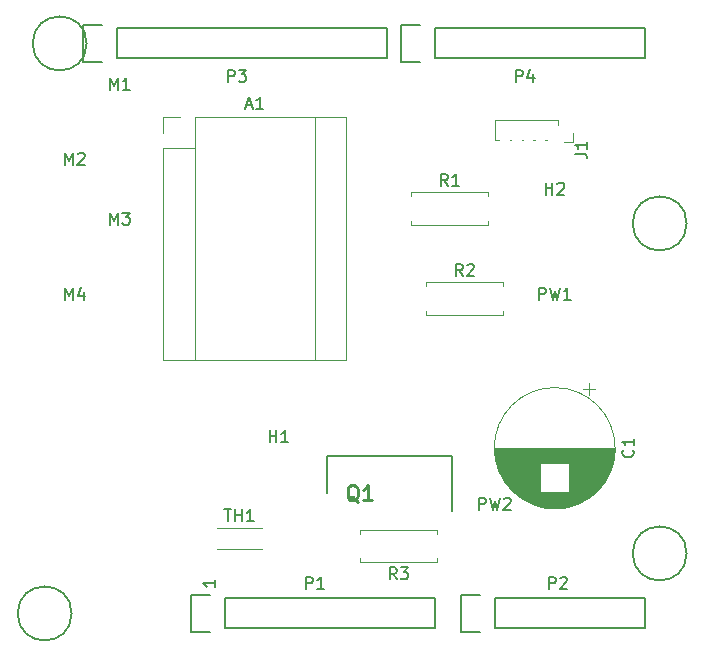
<source format=gbr>
G04 #@! TF.GenerationSoftware,KiCad,Pcbnew,(5.1.4)-1*
G04 #@! TF.CreationDate,2019-10-25T14:46:27-05:00*
G04 #@! TF.ProjectId,Autonomous_PCB,4175746f-6e6f-46d6-9f75-735f5043422e,rev?*
G04 #@! TF.SameCoordinates,Original*
G04 #@! TF.FileFunction,Legend,Top*
G04 #@! TF.FilePolarity,Positive*
%FSLAX46Y46*%
G04 Gerber Fmt 4.6, Leading zero omitted, Abs format (unit mm)*
G04 Created by KiCad (PCBNEW (5.1.4)-1) date 2019-10-25 14:46:27*
%MOMM*%
%LPD*%
G04 APERTURE LIST*
%ADD10C,0.150000*%
%ADD11C,0.120000*%
%ADD12C,0.200000*%
%ADD13C,0.254000*%
G04 APERTURE END LIST*
D10*
X139390380Y-120999285D02*
X139390380Y-121570714D01*
X139390380Y-121285000D02*
X138390380Y-121285000D01*
X138533238Y-121380238D01*
X138628476Y-121475476D01*
X138676095Y-121570714D01*
D11*
X169720000Y-83185000D02*
X169720000Y-83870000D01*
X169720000Y-83870000D02*
X168910000Y-83870000D01*
X163464102Y-83705000D02*
X163100000Y-83705000D01*
X164464102Y-83705000D02*
X164355898Y-83705000D01*
X165464102Y-83705000D02*
X165355898Y-83705000D01*
X166464102Y-83705000D02*
X166355898Y-83705000D01*
X167464102Y-83705000D02*
X167355898Y-83705000D01*
X163100000Y-82085000D02*
X163100000Y-83705000D01*
X168410000Y-82085000D02*
X163100000Y-82085000D01*
X168410000Y-82085000D02*
X168410000Y-82500000D01*
X155988000Y-88495000D02*
X155988000Y-88165000D01*
X155988000Y-88165000D02*
X162528000Y-88165000D01*
X162528000Y-88165000D02*
X162528000Y-88495000D01*
X155988000Y-90575000D02*
X155988000Y-90905000D01*
X155988000Y-90905000D02*
X162528000Y-90905000D01*
X162528000Y-90905000D02*
X162528000Y-90575000D01*
D10*
X140208000Y-125095000D02*
X157988000Y-125095000D01*
X157988000Y-125095000D02*
X157988000Y-122555000D01*
X157988000Y-122555000D02*
X140208000Y-122555000D01*
X137388000Y-125375000D02*
X138938000Y-125375000D01*
X140208000Y-125095000D02*
X140208000Y-122555000D01*
X138938000Y-122275000D02*
X137388000Y-122275000D01*
X137388000Y-122275000D02*
X137388000Y-125375000D01*
X163068000Y-125095000D02*
X175768000Y-125095000D01*
X175768000Y-125095000D02*
X175768000Y-122555000D01*
X175768000Y-122555000D02*
X163068000Y-122555000D01*
X160248000Y-125375000D02*
X161798000Y-125375000D01*
X163068000Y-125095000D02*
X163068000Y-122555000D01*
X161798000Y-122275000D02*
X160248000Y-122275000D01*
X160248000Y-122275000D02*
X160248000Y-125375000D01*
X131064000Y-76835000D02*
X153924000Y-76835000D01*
X153924000Y-76835000D02*
X153924000Y-74295000D01*
X153924000Y-74295000D02*
X131064000Y-74295000D01*
X128244000Y-77115000D02*
X129794000Y-77115000D01*
X131064000Y-76835000D02*
X131064000Y-74295000D01*
X129794000Y-74015000D02*
X128244000Y-74015000D01*
X128244000Y-74015000D02*
X128244000Y-77115000D01*
X157988000Y-76835000D02*
X175768000Y-76835000D01*
X175768000Y-76835000D02*
X175768000Y-74295000D01*
X175768000Y-74295000D02*
X157988000Y-74295000D01*
X155168000Y-77115000D02*
X156718000Y-77115000D01*
X157988000Y-76835000D02*
X157988000Y-74295000D01*
X156718000Y-74015000D02*
X155168000Y-74015000D01*
X155168000Y-74015000D02*
X155168000Y-77115000D01*
X127254000Y-123825000D02*
G75*
G03X127254000Y-123825000I-2286000J0D01*
G01*
X179324000Y-118745000D02*
G75*
G03X179324000Y-118745000I-2286000J0D01*
G01*
X128524000Y-75565000D02*
G75*
G03X128524000Y-75565000I-2286000J0D01*
G01*
X179324000Y-90805000D02*
G75*
G03X179324000Y-90805000I-2286000J0D01*
G01*
D11*
X147828000Y-81785000D02*
X147828000Y-102365000D01*
X137668000Y-84455000D02*
X137668000Y-102365000D01*
X136398000Y-81785000D02*
X134998000Y-81785000D01*
X134998000Y-81785000D02*
X134998000Y-83185000D01*
X137668000Y-81785000D02*
X137668000Y-84455000D01*
X137668000Y-84455000D02*
X134998000Y-84455000D01*
X134998000Y-84455000D02*
X134998000Y-102365000D01*
X134998000Y-102365000D02*
X150498000Y-102365000D01*
X150498000Y-102365000D02*
X150498000Y-81785000D01*
X150498000Y-81785000D02*
X137668000Y-81785000D01*
X173268000Y-109815000D02*
G75*
G03X173268000Y-109815000I-5120000J0D01*
G01*
X173228000Y-109815000D02*
X163068000Y-109815000D01*
X173228000Y-109855000D02*
X163068000Y-109855000D01*
X173228000Y-109895000D02*
X163068000Y-109895000D01*
X173227000Y-109935000D02*
X163069000Y-109935000D01*
X173226000Y-109975000D02*
X163070000Y-109975000D01*
X173225000Y-110015000D02*
X163071000Y-110015000D01*
X173223000Y-110055000D02*
X163073000Y-110055000D01*
X173221000Y-110095000D02*
X163075000Y-110095000D01*
X173218000Y-110135000D02*
X163078000Y-110135000D01*
X173216000Y-110175000D02*
X163080000Y-110175000D01*
X173213000Y-110215000D02*
X163083000Y-110215000D01*
X173210000Y-110255000D02*
X163086000Y-110255000D01*
X173206000Y-110295000D02*
X163090000Y-110295000D01*
X173202000Y-110335000D02*
X163094000Y-110335000D01*
X173198000Y-110375000D02*
X163098000Y-110375000D01*
X173193000Y-110415000D02*
X163103000Y-110415000D01*
X173188000Y-110455000D02*
X163108000Y-110455000D01*
X173183000Y-110495000D02*
X163113000Y-110495000D01*
X173178000Y-110536000D02*
X163118000Y-110536000D01*
X173172000Y-110576000D02*
X163124000Y-110576000D01*
X173166000Y-110616000D02*
X163130000Y-110616000D01*
X173159000Y-110656000D02*
X163137000Y-110656000D01*
X173152000Y-110696000D02*
X163144000Y-110696000D01*
X173145000Y-110736000D02*
X163151000Y-110736000D01*
X173138000Y-110776000D02*
X163158000Y-110776000D01*
X173130000Y-110816000D02*
X163166000Y-110816000D01*
X173122000Y-110856000D02*
X163174000Y-110856000D01*
X173113000Y-110896000D02*
X163183000Y-110896000D01*
X173104000Y-110936000D02*
X163192000Y-110936000D01*
X173095000Y-110976000D02*
X163201000Y-110976000D01*
X173086000Y-111016000D02*
X163210000Y-111016000D01*
X173076000Y-111056000D02*
X163220000Y-111056000D01*
X173066000Y-111096000D02*
X169389000Y-111096000D01*
X166907000Y-111096000D02*
X163230000Y-111096000D01*
X173055000Y-111136000D02*
X169389000Y-111136000D01*
X166907000Y-111136000D02*
X163241000Y-111136000D01*
X173045000Y-111176000D02*
X169389000Y-111176000D01*
X166907000Y-111176000D02*
X163251000Y-111176000D01*
X173033000Y-111216000D02*
X169389000Y-111216000D01*
X166907000Y-111216000D02*
X163263000Y-111216000D01*
X173022000Y-111256000D02*
X169389000Y-111256000D01*
X166907000Y-111256000D02*
X163274000Y-111256000D01*
X173010000Y-111296000D02*
X169389000Y-111296000D01*
X166907000Y-111296000D02*
X163286000Y-111296000D01*
X172998000Y-111336000D02*
X169389000Y-111336000D01*
X166907000Y-111336000D02*
X163298000Y-111336000D01*
X172985000Y-111376000D02*
X169389000Y-111376000D01*
X166907000Y-111376000D02*
X163311000Y-111376000D01*
X172972000Y-111416000D02*
X169389000Y-111416000D01*
X166907000Y-111416000D02*
X163324000Y-111416000D01*
X172959000Y-111456000D02*
X169389000Y-111456000D01*
X166907000Y-111456000D02*
X163337000Y-111456000D01*
X172945000Y-111496000D02*
X169389000Y-111496000D01*
X166907000Y-111496000D02*
X163351000Y-111496000D01*
X172931000Y-111536000D02*
X169389000Y-111536000D01*
X166907000Y-111536000D02*
X163365000Y-111536000D01*
X172916000Y-111576000D02*
X169389000Y-111576000D01*
X166907000Y-111576000D02*
X163380000Y-111576000D01*
X172902000Y-111616000D02*
X169389000Y-111616000D01*
X166907000Y-111616000D02*
X163394000Y-111616000D01*
X172886000Y-111656000D02*
X169389000Y-111656000D01*
X166907000Y-111656000D02*
X163410000Y-111656000D01*
X172871000Y-111696000D02*
X169389000Y-111696000D01*
X166907000Y-111696000D02*
X163425000Y-111696000D01*
X172855000Y-111736000D02*
X169389000Y-111736000D01*
X166907000Y-111736000D02*
X163441000Y-111736000D01*
X172838000Y-111776000D02*
X169389000Y-111776000D01*
X166907000Y-111776000D02*
X163458000Y-111776000D01*
X172822000Y-111816000D02*
X169389000Y-111816000D01*
X166907000Y-111816000D02*
X163474000Y-111816000D01*
X172805000Y-111856000D02*
X169389000Y-111856000D01*
X166907000Y-111856000D02*
X163491000Y-111856000D01*
X172787000Y-111896000D02*
X169389000Y-111896000D01*
X166907000Y-111896000D02*
X163509000Y-111896000D01*
X172769000Y-111936000D02*
X169389000Y-111936000D01*
X166907000Y-111936000D02*
X163527000Y-111936000D01*
X172751000Y-111976000D02*
X169389000Y-111976000D01*
X166907000Y-111976000D02*
X163545000Y-111976000D01*
X172732000Y-112016000D02*
X169389000Y-112016000D01*
X166907000Y-112016000D02*
X163564000Y-112016000D01*
X172712000Y-112056000D02*
X169389000Y-112056000D01*
X166907000Y-112056000D02*
X163584000Y-112056000D01*
X172693000Y-112096000D02*
X169389000Y-112096000D01*
X166907000Y-112096000D02*
X163603000Y-112096000D01*
X172673000Y-112136000D02*
X169389000Y-112136000D01*
X166907000Y-112136000D02*
X163623000Y-112136000D01*
X172652000Y-112176000D02*
X169389000Y-112176000D01*
X166907000Y-112176000D02*
X163644000Y-112176000D01*
X172631000Y-112216000D02*
X169389000Y-112216000D01*
X166907000Y-112216000D02*
X163665000Y-112216000D01*
X172610000Y-112256000D02*
X169389000Y-112256000D01*
X166907000Y-112256000D02*
X163686000Y-112256000D01*
X172588000Y-112296000D02*
X169389000Y-112296000D01*
X166907000Y-112296000D02*
X163708000Y-112296000D01*
X172565000Y-112336000D02*
X169389000Y-112336000D01*
X166907000Y-112336000D02*
X163731000Y-112336000D01*
X172543000Y-112376000D02*
X169389000Y-112376000D01*
X166907000Y-112376000D02*
X163753000Y-112376000D01*
X172519000Y-112416000D02*
X169389000Y-112416000D01*
X166907000Y-112416000D02*
X163777000Y-112416000D01*
X172495000Y-112456000D02*
X169389000Y-112456000D01*
X166907000Y-112456000D02*
X163801000Y-112456000D01*
X172471000Y-112496000D02*
X169389000Y-112496000D01*
X166907000Y-112496000D02*
X163825000Y-112496000D01*
X172446000Y-112536000D02*
X169389000Y-112536000D01*
X166907000Y-112536000D02*
X163850000Y-112536000D01*
X172421000Y-112576000D02*
X169389000Y-112576000D01*
X166907000Y-112576000D02*
X163875000Y-112576000D01*
X172395000Y-112616000D02*
X169389000Y-112616000D01*
X166907000Y-112616000D02*
X163901000Y-112616000D01*
X172369000Y-112656000D02*
X169389000Y-112656000D01*
X166907000Y-112656000D02*
X163927000Y-112656000D01*
X172342000Y-112696000D02*
X169389000Y-112696000D01*
X166907000Y-112696000D02*
X163954000Y-112696000D01*
X172314000Y-112736000D02*
X169389000Y-112736000D01*
X166907000Y-112736000D02*
X163982000Y-112736000D01*
X172286000Y-112776000D02*
X169389000Y-112776000D01*
X166907000Y-112776000D02*
X164010000Y-112776000D01*
X172258000Y-112816000D02*
X169389000Y-112816000D01*
X166907000Y-112816000D02*
X164038000Y-112816000D01*
X172228000Y-112856000D02*
X169389000Y-112856000D01*
X166907000Y-112856000D02*
X164068000Y-112856000D01*
X172198000Y-112896000D02*
X169389000Y-112896000D01*
X166907000Y-112896000D02*
X164098000Y-112896000D01*
X172168000Y-112936000D02*
X169389000Y-112936000D01*
X166907000Y-112936000D02*
X164128000Y-112936000D01*
X172137000Y-112976000D02*
X169389000Y-112976000D01*
X166907000Y-112976000D02*
X164159000Y-112976000D01*
X172105000Y-113016000D02*
X169389000Y-113016000D01*
X166907000Y-113016000D02*
X164191000Y-113016000D01*
X172073000Y-113056000D02*
X169389000Y-113056000D01*
X166907000Y-113056000D02*
X164223000Y-113056000D01*
X172040000Y-113096000D02*
X169389000Y-113096000D01*
X166907000Y-113096000D02*
X164256000Y-113096000D01*
X172006000Y-113136000D02*
X169389000Y-113136000D01*
X166907000Y-113136000D02*
X164290000Y-113136000D01*
X171972000Y-113176000D02*
X169389000Y-113176000D01*
X166907000Y-113176000D02*
X164324000Y-113176000D01*
X171937000Y-113216000D02*
X169389000Y-113216000D01*
X166907000Y-113216000D02*
X164359000Y-113216000D01*
X171901000Y-113256000D02*
X169389000Y-113256000D01*
X166907000Y-113256000D02*
X164395000Y-113256000D01*
X171864000Y-113296000D02*
X169389000Y-113296000D01*
X166907000Y-113296000D02*
X164432000Y-113296000D01*
X171827000Y-113336000D02*
X169389000Y-113336000D01*
X166907000Y-113336000D02*
X164469000Y-113336000D01*
X171788000Y-113376000D02*
X169389000Y-113376000D01*
X166907000Y-113376000D02*
X164508000Y-113376000D01*
X171749000Y-113416000D02*
X169389000Y-113416000D01*
X166907000Y-113416000D02*
X164547000Y-113416000D01*
X171709000Y-113456000D02*
X169389000Y-113456000D01*
X166907000Y-113456000D02*
X164587000Y-113456000D01*
X171668000Y-113496000D02*
X169389000Y-113496000D01*
X166907000Y-113496000D02*
X164628000Y-113496000D01*
X171626000Y-113536000D02*
X169389000Y-113536000D01*
X166907000Y-113536000D02*
X164670000Y-113536000D01*
X171584000Y-113576000D02*
X164712000Y-113576000D01*
X171540000Y-113616000D02*
X164756000Y-113616000D01*
X171495000Y-113656000D02*
X164801000Y-113656000D01*
X171449000Y-113696000D02*
X164847000Y-113696000D01*
X171402000Y-113736000D02*
X164894000Y-113736000D01*
X171354000Y-113776000D02*
X164942000Y-113776000D01*
X171304000Y-113816000D02*
X164992000Y-113816000D01*
X171254000Y-113856000D02*
X165042000Y-113856000D01*
X171202000Y-113896000D02*
X165094000Y-113896000D01*
X171148000Y-113936000D02*
X165148000Y-113936000D01*
X171093000Y-113976000D02*
X165203000Y-113976000D01*
X171037000Y-114016000D02*
X165259000Y-114016000D01*
X170978000Y-114056000D02*
X165318000Y-114056000D01*
X170918000Y-114096000D02*
X165378000Y-114096000D01*
X170857000Y-114136000D02*
X165439000Y-114136000D01*
X170793000Y-114176000D02*
X165503000Y-114176000D01*
X170727000Y-114216000D02*
X165569000Y-114216000D01*
X170658000Y-114256000D02*
X165638000Y-114256000D01*
X170587000Y-114296000D02*
X165709000Y-114296000D01*
X170513000Y-114336000D02*
X165783000Y-114336000D01*
X170437000Y-114376000D02*
X165859000Y-114376000D01*
X170357000Y-114416000D02*
X165939000Y-114416000D01*
X170273000Y-114456000D02*
X166023000Y-114456000D01*
X170185000Y-114496000D02*
X166111000Y-114496000D01*
X170092000Y-114536000D02*
X166204000Y-114536000D01*
X169994000Y-114576000D02*
X166302000Y-114576000D01*
X169890000Y-114616000D02*
X166406000Y-114616000D01*
X169778000Y-114656000D02*
X166518000Y-114656000D01*
X169658000Y-114696000D02*
X166638000Y-114696000D01*
X169526000Y-114736000D02*
X166770000Y-114736000D01*
X169378000Y-114776000D02*
X166918000Y-114776000D01*
X169210000Y-114816000D02*
X167086000Y-114816000D01*
X169010000Y-114856000D02*
X167286000Y-114856000D01*
X168747000Y-114896000D02*
X167549000Y-114896000D01*
X171023000Y-104335354D02*
X171023000Y-105335354D01*
X171523000Y-104835354D02*
X170523000Y-104835354D01*
D12*
X159448000Y-115160000D02*
X159448000Y-110470000D01*
X159448000Y-110470000D02*
X148908000Y-110470000D01*
X148908000Y-110470000D02*
X148908000Y-113665000D01*
D11*
X157258000Y-96115000D02*
X157258000Y-95785000D01*
X157258000Y-95785000D02*
X163798000Y-95785000D01*
X163798000Y-95785000D02*
X163798000Y-96115000D01*
X157258000Y-98195000D02*
X157258000Y-98525000D01*
X157258000Y-98525000D02*
X163798000Y-98525000D01*
X163798000Y-98525000D02*
X163798000Y-98195000D01*
X151670000Y-116740000D02*
X151670000Y-117070000D01*
X158210000Y-116740000D02*
X151670000Y-116740000D01*
X158210000Y-117070000D02*
X158210000Y-116740000D01*
X151670000Y-119480000D02*
X151670000Y-119150000D01*
X158210000Y-119480000D02*
X151670000Y-119480000D01*
X158210000Y-119150000D02*
X158210000Y-119480000D01*
X139558000Y-116555000D02*
X143398000Y-116555000D01*
X139558000Y-118395000D02*
X143398000Y-118395000D01*
D10*
X169862380Y-84893333D02*
X170576666Y-84893333D01*
X170719523Y-84940952D01*
X170814761Y-85036190D01*
X170862380Y-85179047D01*
X170862380Y-85274285D01*
X170862380Y-83893333D02*
X170862380Y-84464761D01*
X170862380Y-84179047D02*
X169862380Y-84179047D01*
X170005238Y-84274285D01*
X170100476Y-84369523D01*
X170148095Y-84464761D01*
X159091333Y-87617380D02*
X158758000Y-87141190D01*
X158519904Y-87617380D02*
X158519904Y-86617380D01*
X158900857Y-86617380D01*
X158996095Y-86665000D01*
X159043714Y-86712619D01*
X159091333Y-86807857D01*
X159091333Y-86950714D01*
X159043714Y-87045952D01*
X158996095Y-87093571D01*
X158900857Y-87141190D01*
X158519904Y-87141190D01*
X160043714Y-87617380D02*
X159472285Y-87617380D01*
X159758000Y-87617380D02*
X159758000Y-86617380D01*
X159662761Y-86760238D01*
X159567523Y-86855476D01*
X159472285Y-86903095D01*
X147089904Y-121737380D02*
X147089904Y-120737380D01*
X147470857Y-120737380D01*
X147566095Y-120785000D01*
X147613714Y-120832619D01*
X147661333Y-120927857D01*
X147661333Y-121070714D01*
X147613714Y-121165952D01*
X147566095Y-121213571D01*
X147470857Y-121261190D01*
X147089904Y-121261190D01*
X148613714Y-121737380D02*
X148042285Y-121737380D01*
X148328000Y-121737380D02*
X148328000Y-120737380D01*
X148232761Y-120880238D01*
X148137523Y-120975476D01*
X148042285Y-121023095D01*
X167663904Y-121737380D02*
X167663904Y-120737380D01*
X168044857Y-120737380D01*
X168140095Y-120785000D01*
X168187714Y-120832619D01*
X168235333Y-120927857D01*
X168235333Y-121070714D01*
X168187714Y-121165952D01*
X168140095Y-121213571D01*
X168044857Y-121261190D01*
X167663904Y-121261190D01*
X168616285Y-120832619D02*
X168663904Y-120785000D01*
X168759142Y-120737380D01*
X168997238Y-120737380D01*
X169092476Y-120785000D01*
X169140095Y-120832619D01*
X169187714Y-120927857D01*
X169187714Y-121023095D01*
X169140095Y-121165952D01*
X168568666Y-121737380D01*
X169187714Y-121737380D01*
X140485904Y-78811380D02*
X140485904Y-77811380D01*
X140866857Y-77811380D01*
X140962095Y-77859000D01*
X141009714Y-77906619D01*
X141057333Y-78001857D01*
X141057333Y-78144714D01*
X141009714Y-78239952D01*
X140962095Y-78287571D01*
X140866857Y-78335190D01*
X140485904Y-78335190D01*
X141390666Y-77811380D02*
X142009714Y-77811380D01*
X141676380Y-78192333D01*
X141819238Y-78192333D01*
X141914476Y-78239952D01*
X141962095Y-78287571D01*
X142009714Y-78382809D01*
X142009714Y-78620904D01*
X141962095Y-78716142D01*
X141914476Y-78763761D01*
X141819238Y-78811380D01*
X141533523Y-78811380D01*
X141438285Y-78763761D01*
X141390666Y-78716142D01*
X164869904Y-78811380D02*
X164869904Y-77811380D01*
X165250857Y-77811380D01*
X165346095Y-77859000D01*
X165393714Y-77906619D01*
X165441333Y-78001857D01*
X165441333Y-78144714D01*
X165393714Y-78239952D01*
X165346095Y-78287571D01*
X165250857Y-78335190D01*
X164869904Y-78335190D01*
X166298476Y-78144714D02*
X166298476Y-78811380D01*
X166060380Y-77763761D02*
X165822285Y-78478047D01*
X166441333Y-78478047D01*
X142033714Y-80811666D02*
X142509904Y-80811666D01*
X141938476Y-81097380D02*
X142271809Y-80097380D01*
X142605142Y-81097380D01*
X143462285Y-81097380D02*
X142890857Y-81097380D01*
X143176571Y-81097380D02*
X143176571Y-80097380D01*
X143081333Y-80240238D01*
X142986095Y-80335476D01*
X142890857Y-80383095D01*
X174755142Y-109981666D02*
X174802761Y-110029285D01*
X174850380Y-110172142D01*
X174850380Y-110267380D01*
X174802761Y-110410238D01*
X174707523Y-110505476D01*
X174612285Y-110553095D01*
X174421809Y-110600714D01*
X174278952Y-110600714D01*
X174088476Y-110553095D01*
X173993238Y-110505476D01*
X173898000Y-110410238D01*
X173850380Y-110267380D01*
X173850380Y-110172142D01*
X173898000Y-110029285D01*
X173945619Y-109981666D01*
X174850380Y-109029285D02*
X174850380Y-109600714D01*
X174850380Y-109315000D02*
X173850380Y-109315000D01*
X173993238Y-109410238D01*
X174088476Y-109505476D01*
X174136095Y-109600714D01*
X144018095Y-109312380D02*
X144018095Y-108312380D01*
X144018095Y-108788571D02*
X144589523Y-108788571D01*
X144589523Y-109312380D02*
X144589523Y-108312380D01*
X145589523Y-109312380D02*
X145018095Y-109312380D01*
X145303809Y-109312380D02*
X145303809Y-108312380D01*
X145208571Y-108455238D01*
X145113333Y-108550476D01*
X145018095Y-108598095D01*
X167386095Y-88357380D02*
X167386095Y-87357380D01*
X167386095Y-87833571D02*
X167957523Y-87833571D01*
X167957523Y-88357380D02*
X167957523Y-87357380D01*
X168386095Y-87452619D02*
X168433714Y-87405000D01*
X168528952Y-87357380D01*
X168767047Y-87357380D01*
X168862285Y-87405000D01*
X168909904Y-87452619D01*
X168957523Y-87547857D01*
X168957523Y-87643095D01*
X168909904Y-87785952D01*
X168338476Y-88357380D01*
X168957523Y-88357380D01*
X130508476Y-79467380D02*
X130508476Y-78467380D01*
X130841809Y-79181666D01*
X131175142Y-78467380D01*
X131175142Y-79467380D01*
X132175142Y-79467380D02*
X131603714Y-79467380D01*
X131889428Y-79467380D02*
X131889428Y-78467380D01*
X131794190Y-78610238D01*
X131698952Y-78705476D01*
X131603714Y-78753095D01*
X126698476Y-85817380D02*
X126698476Y-84817380D01*
X127031809Y-85531666D01*
X127365142Y-84817380D01*
X127365142Y-85817380D01*
X127793714Y-84912619D02*
X127841333Y-84865000D01*
X127936571Y-84817380D01*
X128174666Y-84817380D01*
X128269904Y-84865000D01*
X128317523Y-84912619D01*
X128365142Y-85007857D01*
X128365142Y-85103095D01*
X128317523Y-85245952D01*
X127746095Y-85817380D01*
X128365142Y-85817380D01*
X130508476Y-90897380D02*
X130508476Y-89897380D01*
X130841809Y-90611666D01*
X131175142Y-89897380D01*
X131175142Y-90897380D01*
X131556095Y-89897380D02*
X132175142Y-89897380D01*
X131841809Y-90278333D01*
X131984666Y-90278333D01*
X132079904Y-90325952D01*
X132127523Y-90373571D01*
X132175142Y-90468809D01*
X132175142Y-90706904D01*
X132127523Y-90802142D01*
X132079904Y-90849761D01*
X131984666Y-90897380D01*
X131698952Y-90897380D01*
X131603714Y-90849761D01*
X131556095Y-90802142D01*
X126698476Y-97247380D02*
X126698476Y-96247380D01*
X127031809Y-96961666D01*
X127365142Y-96247380D01*
X127365142Y-97247380D01*
X128269904Y-96580714D02*
X128269904Y-97247380D01*
X128031809Y-96199761D02*
X127793714Y-96914047D01*
X128412761Y-96914047D01*
X166838476Y-97247380D02*
X166838476Y-96247380D01*
X167219428Y-96247380D01*
X167314666Y-96295000D01*
X167362285Y-96342619D01*
X167409904Y-96437857D01*
X167409904Y-96580714D01*
X167362285Y-96675952D01*
X167314666Y-96723571D01*
X167219428Y-96771190D01*
X166838476Y-96771190D01*
X167743238Y-96247380D02*
X167981333Y-97247380D01*
X168171809Y-96533095D01*
X168362285Y-97247380D01*
X168600380Y-96247380D01*
X169505142Y-97247380D02*
X168933714Y-97247380D01*
X169219428Y-97247380D02*
X169219428Y-96247380D01*
X169124190Y-96390238D01*
X169028952Y-96485476D01*
X168933714Y-96533095D01*
X161758476Y-115027380D02*
X161758476Y-114027380D01*
X162139428Y-114027380D01*
X162234666Y-114075000D01*
X162282285Y-114122619D01*
X162329904Y-114217857D01*
X162329904Y-114360714D01*
X162282285Y-114455952D01*
X162234666Y-114503571D01*
X162139428Y-114551190D01*
X161758476Y-114551190D01*
X162663238Y-114027380D02*
X162901333Y-115027380D01*
X163091809Y-114313095D01*
X163282285Y-115027380D01*
X163520380Y-114027380D01*
X163853714Y-114122619D02*
X163901333Y-114075000D01*
X163996571Y-114027380D01*
X164234666Y-114027380D01*
X164329904Y-114075000D01*
X164377523Y-114122619D01*
X164425142Y-114217857D01*
X164425142Y-114313095D01*
X164377523Y-114455952D01*
X163806095Y-115027380D01*
X164425142Y-115027380D01*
D13*
X151517047Y-114360476D02*
X151396095Y-114300000D01*
X151275142Y-114179047D01*
X151093714Y-113997619D01*
X150972761Y-113937142D01*
X150851809Y-113937142D01*
X150912285Y-114239523D02*
X150791333Y-114179047D01*
X150670380Y-114058095D01*
X150609904Y-113816190D01*
X150609904Y-113392857D01*
X150670380Y-113150952D01*
X150791333Y-113030000D01*
X150912285Y-112969523D01*
X151154190Y-112969523D01*
X151275142Y-113030000D01*
X151396095Y-113150952D01*
X151456571Y-113392857D01*
X151456571Y-113816190D01*
X151396095Y-114058095D01*
X151275142Y-114179047D01*
X151154190Y-114239523D01*
X150912285Y-114239523D01*
X152666095Y-114239523D02*
X151940380Y-114239523D01*
X152303238Y-114239523D02*
X152303238Y-112969523D01*
X152182285Y-113150952D01*
X152061333Y-113271904D01*
X151940380Y-113332380D01*
D10*
X160361333Y-95237380D02*
X160028000Y-94761190D01*
X159789904Y-95237380D02*
X159789904Y-94237380D01*
X160170857Y-94237380D01*
X160266095Y-94285000D01*
X160313714Y-94332619D01*
X160361333Y-94427857D01*
X160361333Y-94570714D01*
X160313714Y-94665952D01*
X160266095Y-94713571D01*
X160170857Y-94761190D01*
X159789904Y-94761190D01*
X160742285Y-94332619D02*
X160789904Y-94285000D01*
X160885142Y-94237380D01*
X161123238Y-94237380D01*
X161218476Y-94285000D01*
X161266095Y-94332619D01*
X161313714Y-94427857D01*
X161313714Y-94523095D01*
X161266095Y-94665952D01*
X160694666Y-95237380D01*
X161313714Y-95237380D01*
X154773333Y-120932380D02*
X154440000Y-120456190D01*
X154201904Y-120932380D02*
X154201904Y-119932380D01*
X154582857Y-119932380D01*
X154678095Y-119980000D01*
X154725714Y-120027619D01*
X154773333Y-120122857D01*
X154773333Y-120265714D01*
X154725714Y-120360952D01*
X154678095Y-120408571D01*
X154582857Y-120456190D01*
X154201904Y-120456190D01*
X155106666Y-119932380D02*
X155725714Y-119932380D01*
X155392380Y-120313333D01*
X155535238Y-120313333D01*
X155630476Y-120360952D01*
X155678095Y-120408571D01*
X155725714Y-120503809D01*
X155725714Y-120741904D01*
X155678095Y-120837142D01*
X155630476Y-120884761D01*
X155535238Y-120932380D01*
X155249523Y-120932380D01*
X155154285Y-120884761D01*
X155106666Y-120837142D01*
X140192285Y-115007380D02*
X140763714Y-115007380D01*
X140478000Y-116007380D02*
X140478000Y-115007380D01*
X141097047Y-116007380D02*
X141097047Y-115007380D01*
X141097047Y-115483571D02*
X141668476Y-115483571D01*
X141668476Y-116007380D02*
X141668476Y-115007380D01*
X142668476Y-116007380D02*
X142097047Y-116007380D01*
X142382761Y-116007380D02*
X142382761Y-115007380D01*
X142287523Y-115150238D01*
X142192285Y-115245476D01*
X142097047Y-115293095D01*
M02*

</source>
